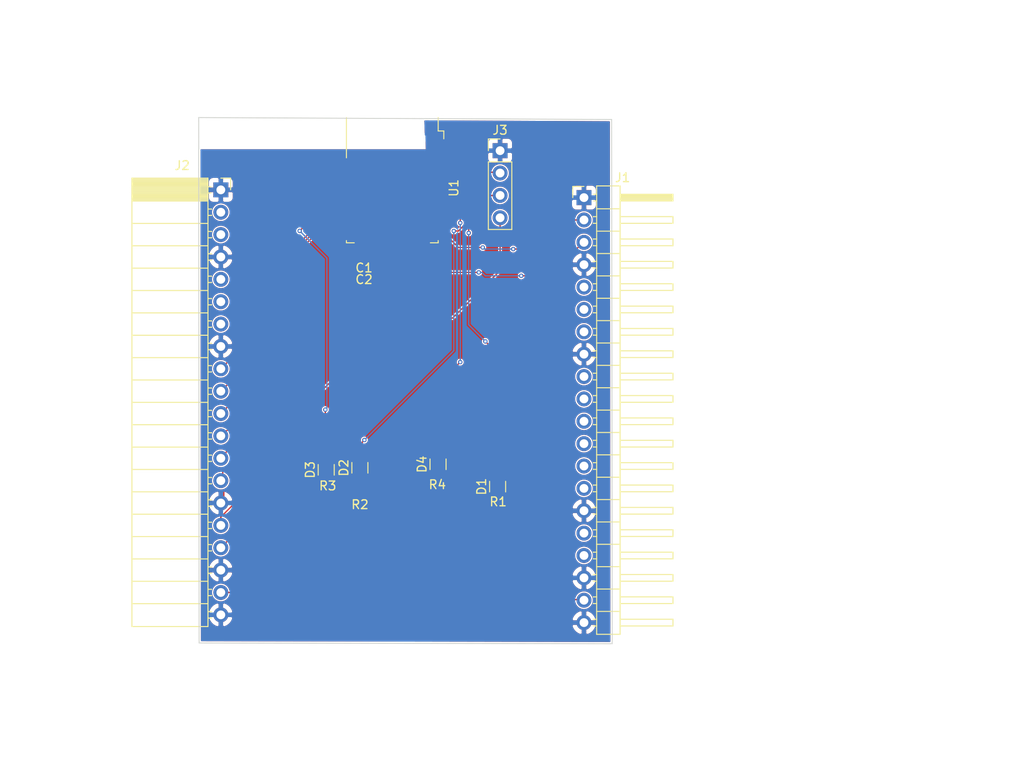
<source format=kicad_pcb>
(kicad_pcb (version 20171130) (host pcbnew 5.1.5+dfsg1-2+b1)
  (layers (0 F.Cu signal) (31 B.Cu signal) (34 B.Paste user) (35 F.Paste user) (36 B.SilkS user) (37 F.SilkS user) (38 B.Mask user) (39 F.Mask user) (44 Edge.Cuts user))
  (net 0 "")
  (net 1 GND)
  (net 2 +3V3)
  (net 3 "Net-(D1-Pad2)")
  (net 4 "Net-(D1-Pad1)")
  (net 5 "Net-(D2-Pad2)")
  (net 6 "Net-(D2-Pad1)")
  (net 7 "Net-(D3-Pad2)")
  (net 8 "Net-(D3-Pad1)")
  (net 9 "Net-(D4-Pad2)")
  (net 10 "Net-(D4-Pad1)")
  (net 11 "Net-(J1-Pad17)")
  (net 12 "Net-(J1-Pad16)")
  (net 13 "Net-(J1-Pad14)")
  (net 14 "Net-(J1-Pad13)")
  (net 15 "Net-(J1-Pad12)")
  (net 16 "Net-(J1-Pad11)")
  (net 17 "Net-(J1-Pad10)")
  (net 18 "Net-(J1-Pad9)")
  (net 19 "Net-(J1-Pad7)")
  (net 20 "Net-(J1-Pad6)")
  (net 21 "Net-(J1-Pad5)")
  (net 22 "Net-(J1-Pad3)")
  (net 23 "Net-(J1-Pad2)")
  (net 24 "Net-(J2-Pad17)")
  (net 25 "Net-(J2-Pad16)")
  (net 26 "Net-(J2-Pad14)")
  (net 27 "Net-(J2-Pad13)")
  (net 28 "Net-(J2-Pad12)")
  (net 29 "Net-(J2-Pad11)")
  (net 30 "Net-(J2-Pad10)")
  (net 31 "Net-(J2-Pad9)")
  (net 32 "Net-(J2-Pad7)")
  (net 33 "Net-(J2-Pad6)")
  (net 34 "Net-(J2-Pad5)")
  (net 35 "Net-(J2-Pad3)")
  (net 36 "Net-(J2-Pad2)")
  (net 37 "Net-(J3-Pad3)")
  (net 38 "Net-(J3-Pad2)")
  (net 39 "Net-(U1-Pad38)")
  (net 40 "Net-(U1-Pad37)")
  (net 41 "Net-(U1-Pad25)")
  (net 42 "Net-(U1-Pad24)")
  (net 43 "Net-(U1-Pad23)")
  (net 44 "Net-(U1-Pad22)")
  (net 45 "Net-(U1-Pad21)")
  (net 46 "Net-(U1-Pad20)")
  (net 47 "Net-(U1-Pad19)")
  (net 48 "Net-(U1-Pad18)")
  (net 49 "Net-(U1-Pad4)")
  (net 50 "Net-(U1-Pad3)")
  (net 51 "Net-(U1-Pad2)")
  (net 52 "Net-(U1-Pad14)")
  (net 53 "Net-(U1-Pad13)")
  (net 54 "Net-(U1-Pad12)")
  (net 55 "Net-(U1-Pad11)")
  (net 56 "Net-(U1-Pad10)")
  (module RF_Module:Laird_BL652 (layer F.Cu) (at 141.05 43.79 270)
    (fp_text reference U1 (at 0 -6.985 90) (layer F.SilkS))
    (fp_text value BL652)
    (fp_line (start 6.223 5.207) (end 6.223 4.318) (layer F.SilkS) (width 0.12))
    (fp_line (start 5.969 -5.207) (end 6.223 -5.207) (layer F.SilkS) (width 0.12))
    (fp_line (start 6.223 -5.207) (end 6.223 -4.318) (layer F.SilkS) (width 0.12))
    (fp_line (start 6.223 5.207) (end 5.969 5.207) (layer F.SilkS) (width 0.12))
    (fp_line (start -8.001 -5.207) (end -6.477 -5.207) (layer F.SilkS) (width 0.12))
    (fp_line (start -6.477 -5.207) (end -6.477 -5.842) (layer F.SilkS) (width 0.12))
    (fp_line (start -6.477 -5.842) (end -5.588 -5.842) (layer F.SilkS) (width 0.12))
    (fp_line (start -3.429 5.207) (end -8.001 5.207) (layer F.SilkS) (width 0.12))
    (pad 39 smd rect (at -2.85 4.9) (size 1.2 0.5) (layers F.Cu F.Paste F.Mask) (net 1 GND))
    (pad 38 smd rect (at -2.1 4.9) (size 1.2 0.5) (layers F.Cu F.Paste F.Mask) (net 39 "Net-(U1-Pad38)"))
    (pad 37 smd rect (at -1.35 4.9) (size 1.2 0.5) (layers F.Cu F.Paste F.Mask) (net 40 "Net-(U1-Pad37)"))
    (pad 36 smd rect (at -0.6 4.9) (size 1.2 0.5) (layers F.Cu F.Paste F.Mask) (net 31 "Net-(J2-Pad9)"))
    (pad 35 smd rect (at 0.15 4.9) (size 1.2 0.5) (layers F.Cu F.Paste F.Mask) (net 30 "Net-(J2-Pad10)"))
    (pad 34 smd rect (at 0.9 4.9) (size 1.2 0.5) (layers F.Cu F.Paste F.Mask) (net 29 "Net-(J2-Pad11)"))
    (pad 33 smd rect (at 1.65 4.9) (size 1.2 0.5) (layers F.Cu F.Paste F.Mask) (net 28 "Net-(J2-Pad12)"))
    (pad 32 smd rect (at 2.4 4.9) (size 1.2 0.5) (layers F.Cu F.Paste F.Mask) (net 27 "Net-(J2-Pad13)"))
    (pad 31 smd rect (at 3.15 4.9) (size 1.2 0.5) (layers F.Cu F.Paste F.Mask) (net 7 "Net-(D3-Pad2)"))
    (pad 30 smd rect (at 3.9 4.9) (size 1.2 0.5) (layers F.Cu F.Paste F.Mask) (net 26 "Net-(J2-Pad14)"))
    (pad 29 smd rect (at 4.65 4.9) (size 1.2 0.5) (layers F.Cu F.Paste F.Mask) (net 25 "Net-(J2-Pad16)"))
    (pad 28 smd rect (at 5.4 4.9) (size 1.2 0.5) (layers F.Cu F.Paste F.Mask) (net 24 "Net-(J2-Pad17)"))
    (pad 27 smd rect (at 5.85 3.75 270) (size 1.2 0.5) (layers F.Cu F.Paste F.Mask) (net 1 GND))
    (pad 26 smd rect (at 5.85 3 270) (size 1.2 0.5) (layers F.Cu F.Paste F.Mask) (net 2 +3V3))
    (pad 25 smd rect (at 5.85 2.25 270) (size 1.2 0.5) (layers F.Cu F.Paste F.Mask) (net 41 "Net-(U1-Pad25)"))
    (pad 24 smd rect (at 5.85 1.5 270) (size 1.2 0.5) (layers F.Cu F.Paste F.Mask) (net 42 "Net-(U1-Pad24)"))
    (pad 23 smd rect (at 5.85 0.75 270) (size 1.2 0.5) (layers F.Cu F.Paste F.Mask) (net 43 "Net-(U1-Pad23)"))
    (pad 22 smd rect (at 5.85 0 270) (size 1.2 0.5) (layers F.Cu F.Paste F.Mask) (net 44 "Net-(U1-Pad22)"))
    (pad 21 smd rect (at 5.85 -0.75 270) (size 1.2 0.5) (layers F.Cu F.Paste F.Mask) (net 45 "Net-(U1-Pad21)"))
    (pad 20 smd rect (at 5.85 -1.5 270) (size 1.2 0.5) (layers F.Cu F.Paste F.Mask) (net 46 "Net-(U1-Pad20)"))
    (pad 19 smd rect (at 5.85 -2.25 270) (size 1.2 0.5) (layers F.Cu F.Paste F.Mask) (net 47 "Net-(U1-Pad19)"))
    (pad 18 smd rect (at 5.85 -3 270) (size 1.2 0.5) (layers F.Cu F.Paste F.Mask) (net 48 "Net-(U1-Pad18)"))
    (pad 17 smd rect (at 5.85 -3.75 270) (size 1.2 0.5) (layers F.Cu F.Paste F.Mask) (net 22 "Net-(J1-Pad3)"))
    (pad 16 smd rect (at 5.4 -4.9) (size 1.2 0.5) (layers F.Cu F.Paste F.Mask) (net 1 GND))
    (pad 15 smd rect (at 4.65 -4.9) (size 1.2 0.5) (layers F.Cu F.Paste F.Mask) (net 23 "Net-(J1-Pad2)"))
    (pad 14 smd rect (at 3.9 -4.9) (size 1.2 0.5) (layers F.Cu F.Paste F.Mask) (net 52 "Net-(U1-Pad14)"))
    (pad 13 smd rect (at 3.15 -4.9) (size 1.2 0.5) (layers F.Cu F.Paste F.Mask) (net 53 "Net-(U1-Pad13)"))
    (pad 12 smd rect (at 2.4 -4.9) (size 1.2 0.5) (layers F.Cu F.Paste F.Mask) (net 54 "Net-(U1-Pad12)"))
    (pad 11 smd rect (at 1.65 -4.9) (size 1.2 0.5) (layers F.Cu F.Paste F.Mask) (net 55 "Net-(U1-Pad11)"))
    (pad 10 smd rect (at 0.9 -4.9) (size 1.2 0.5) (layers F.Cu F.Paste F.Mask) (net 56 "Net-(U1-Pad10)"))
    (pad 9 smd rect (at 0.15 -4.9) (size 1.2 0.5) (layers F.Cu F.Paste F.Mask) (net 9 "Net-(D4-Pad2)"))
    (pad 8 smd rect (at -0.6 -4.9) (size 1.2 0.5) (layers F.Cu F.Paste F.Mask) (net 5 "Net-(D2-Pad2)"))
    (pad 7 smd rect (at -1.35 -4.9) (size 1.2 0.5) (layers F.Cu F.Paste F.Mask) (net 3 "Net-(D1-Pad2)"))
    (pad 6 smd rect (at -2.1 -4.9) (size 1.2 0.5) (layers F.Cu F.Paste F.Mask) (net 37 "Net-(J3-Pad3)"))
    (pad 5 smd rect (at -2.85 -4.9) (size 1.2 0.5) (layers F.Cu F.Paste F.Mask) (net 38 "Net-(J3-Pad2)"))
    (pad 4 smd rect (at -3.6 -4.9) (size 1.2 0.5) (layers F.Cu F.Paste F.Mask) (net 49 "Net-(U1-Pad4)"))
    (pad 3 smd rect (at -4.35 -4.9) (size 1.2 0.5) (layers F.Cu F.Paste F.Mask) (net 50 "Net-(U1-Pad3)"))
    (pad 2 smd rect (at -5.1 -4.9) (size 1.2 0.5) (layers F.Cu F.Paste F.Mask) (net 51 "Net-(U1-Pad2)"))
    (pad 1 smd rect (at -5.85 -4.9) (size 1.2 0.5) (layers F.Cu F.Paste F.Mask) (net 1 GND))
  )
  (module Resistor_SMD:R_0402_1005Metric (layer F.Cu) (at 146.16 78.64)
    (fp_text reference R4 (at 0 -1.17) (layer F.SilkS))
    (fp_text value 10kOhm)
    (pad 2 smd roundrect (at 0.485 0) (size 0.59 0.64) (layers F.Cu F.Paste F.Mask) (net 10 "Net-(D4-Pad1)"))
    (pad 1 smd roundrect (at -0.485 0) (size 0.59 0.64) (layers F.Cu F.Paste F.Mask) (net 1 GND))
  )
  (module Resistor_SMD:R_0402_1005Metric (layer F.Cu) (at 133.72 78.78)
    (fp_text reference R3 (at 0 -1.17) (layer F.SilkS))
    (fp_text value 10kOhm)
    (pad 2 smd roundrect (at 0.485 0) (size 0.59 0.64) (layers F.Cu F.Paste F.Mask) (net 8 "Net-(D3-Pad1)"))
    (pad 1 smd roundrect (at -0.485 0) (size 0.59 0.64) (layers F.Cu F.Paste F.Mask) (net 1 GND))
  )
  (module Resistor_SMD:R_0402_1005Metric (layer F.Cu) (at 137.38 78.57 180)
    (fp_text reference R2 (at 0 -1.17) (layer F.SilkS))
    (fp_text value 10kOhm)
    (pad 2 smd roundrect (at 0.485 0 180) (size 0.59 0.64) (layers F.Cu F.Paste F.Mask) (net 6 "Net-(D2-Pad1)"))
    (pad 1 smd roundrect (at -0.485 0 180) (size 0.59 0.64) (layers F.Cu F.Paste F.Mask) (net 1 GND))
  )
  (module Resistor_SMD:R_0402_1005Metric (layer F.Cu) (at 153.06 80.59)
    (fp_text reference R1 (at 0 -1.17) (layer F.SilkS))
    (fp_text value 10kOhm)
    (pad 2 smd roundrect (at 0.485 0) (size 0.59 0.64) (layers F.Cu F.Paste F.Mask) (net 4 "Net-(D1-Pad1)"))
    (pad 1 smd roundrect (at -0.485 0) (size 0.59 0.64) (layers F.Cu F.Paste F.Mask) (net 1 GND))
  )
  (module Connector_PinHeader_2.54mm:PinHeader_1x04_P2.54mm_Vertical (layer F.Cu) (at 153.28 39.55)
    (fp_text reference J3 (at 0 -2.33) (layer F.SilkS))
    (fp_text value Conn_01x04_Male)
    (fp_line (start -1.33 -1.33) (end 0 -1.33) (layer F.SilkS) (width 0.12))
    (fp_line (start -1.33 0) (end -1.33 -1.33) (layer F.SilkS) (width 0.12))
    (fp_line (start -1.33 1.27) (end 1.33 1.27) (layer F.SilkS) (width 0.12))
    (fp_line (start 1.33 1.27) (end 1.33 8.95) (layer F.SilkS) (width 0.12))
    (fp_line (start -1.33 1.27) (end -1.33 8.95) (layer F.SilkS) (width 0.12))
    (fp_line (start -1.33 8.95) (end 1.33 8.95) (layer F.SilkS) (width 0.12))
    (pad 4 thru_hole oval (at 0 7.62) (size 1.7 1.7) (drill 1) (layers *.Cu *.Mask) (net 2 +3V3))
    (pad 3 thru_hole oval (at 0 5.08) (size 1.7 1.7) (drill 1) (layers *.Cu *.Mask) (net 37 "Net-(J3-Pad3)"))
    (pad 2 thru_hole oval (at 0 2.54) (size 1.7 1.7) (drill 1) (layers *.Cu *.Mask) (net 38 "Net-(J3-Pad2)"))
    (pad 1 thru_hole rect (at 0 0) (size 1.7 1.7) (drill 1) (layers *.Cu *.Mask) (net 1 GND))
  )
  (module Connector_PinSocket_2.54mm:PinSocket_1x20_P2.54mm_Horizontal (layer F.Cu) (at 121.59 44)
    (fp_text reference J2 (at -4.38 -2.77) (layer F.SilkS))
    (fp_text value Conn_01x20_Male)
    (fp_line (start 0 -1.33) (end 1.11 -1.33) (layer F.SilkS) (width 0.12))
    (fp_line (start 1.11 -1.33) (end 1.11 0) (layer F.SilkS) (width 0.12))
    (fp_line (start -10.09 -1.33) (end -10.09 49.59) (layer F.SilkS) (width 0.12))
    (fp_line (start -10.09 49.59) (end -1.46 49.59) (layer F.SilkS) (width 0.12))
    (fp_line (start -1.46 -1.33) (end -1.46 49.59) (layer F.SilkS) (width 0.12))
    (fp_line (start -10.09 -1.33) (end -1.46 -1.33) (layer F.SilkS) (width 0.12))
    (fp_line (start -10.09 46.99) (end -1.46 46.99) (layer F.SilkS) (width 0.12))
    (fp_line (start -10.09 44.45) (end -1.46 44.45) (layer F.SilkS) (width 0.12))
    (fp_line (start -10.09 41.91) (end -1.46 41.91) (layer F.SilkS) (width 0.12))
    (fp_line (start -10.09 39.37) (end -1.46 39.37) (layer F.SilkS) (width 0.12))
    (fp_line (start -10.09 36.83) (end -1.46 36.83) (layer F.SilkS) (width 0.12))
    (fp_line (start -10.09 34.29) (end -1.46 34.29) (layer F.SilkS) (width 0.12))
    (fp_line (start -10.09 31.75) (end -1.46 31.75) (layer F.SilkS) (width 0.12))
    (fp_line (start -10.09 29.21) (end -1.46 29.21) (layer F.SilkS) (width 0.12))
    (fp_line (start -10.09 26.67) (end -1.46 26.67) (layer F.SilkS) (width 0.12))
    (fp_line (start -10.09 24.13) (end -1.46 24.13) (layer F.SilkS) (width 0.12))
    (fp_line (start -10.09 21.59) (end -1.46 21.59) (layer F.SilkS) (width 0.12))
    (fp_line (start -10.09 19.05) (end -1.46 19.05) (layer F.SilkS) (width 0.12))
    (fp_line (start -10.09 16.51) (end -1.46 16.51) (layer F.SilkS) (width 0.12))
    (fp_line (start -10.09 13.97) (end -1.46 13.97) (layer F.SilkS) (width 0.12))
    (fp_line (start -10.09 11.43) (end -1.46 11.43) (layer F.SilkS) (width 0.12))
    (fp_line (start -10.09 8.89) (end -1.46 8.89) (layer F.SilkS) (width 0.12))
    (fp_line (start -10.09 6.35) (end -1.46 6.35) (layer F.SilkS) (width 0.12))
    (fp_line (start -10.09 3.81) (end -1.46 3.81) (layer F.SilkS) (width 0.12))
    (fp_line (start -10.09 1.27) (end -1.46 1.27) (layer F.SilkS) (width 0.12))
    (fp_line (start -1.46 48.62) (end -1.05 48.62) (layer F.SilkS) (width 0.12))
    (fp_line (start -1.46 47.9) (end -1.05 47.9) (layer F.SilkS) (width 0.12))
    (fp_line (start -1.46 46.08) (end -1.05 46.08) (layer F.SilkS) (width 0.12))
    (fp_line (start -1.46 45.36) (end -1.05 45.36) (layer F.SilkS) (width 0.12))
    (fp_line (start -1.46 43.54) (end -1.05 43.54) (layer F.SilkS) (width 0.12))
    (fp_line (start -1.46 42.82) (end -1.05 42.82) (layer F.SilkS) (width 0.12))
    (fp_line (start -1.46 41) (end -1.05 41) (layer F.SilkS) (width 0.12))
    (fp_line (start -1.46 40.28) (end -1.05 40.28) (layer F.SilkS) (width 0.12))
    (fp_line (start -1.46 38.46) (end -1.05 38.46) (layer F.SilkS) (width 0.12))
    (fp_line (start -1.46 37.74) (end -1.05 37.74) (layer F.SilkS) (width 0.12))
    (fp_line (start -1.46 35.92) (end -1.05 35.92) (layer F.SilkS) (width 0.12))
    (fp_line (start -1.46 35.2) (end -1.05 35.2) (layer F.SilkS) (width 0.12))
    (fp_line (start -1.46 33.38) (end -1.05 33.38) (layer F.SilkS) (width 0.12))
    (fp_line (start -1.46 32.66) (end -1.05 32.66) (layer F.SilkS) (width 0.12))
    (fp_line (start -1.46 30.84) (end -1.05 30.84) (layer F.SilkS) (width 0.12))
    (fp_line (start -1.46 30.12) (end -1.05 30.12) (layer F.SilkS) (width 0.12))
    (fp_line (start -1.46 28.3) (end -1.05 28.3) (layer F.SilkS) (width 0.12))
    (fp_line (start -1.46 27.58) (end -1.05 27.58) (layer F.SilkS) (width 0.12))
    (fp_line (start -1.46 25.76) (end -1.05 25.76) (layer F.SilkS) (width 0.12))
    (fp_line (start -1.46 25.04) (end -1.05 25.04) (layer F.SilkS) (width 0.12))
    (fp_line (start -1.46 23.22) (end -1.05 23.22) (layer F.SilkS) (width 0.12))
    (fp_line (start -1.46 22.5) (end -1.05 22.5) (layer F.SilkS) (width 0.12))
    (fp_line (start -1.46 20.68) (end -1.05 20.68) (layer F.SilkS) (width 0.12))
    (fp_line (start -1.46 19.96) (end -1.05 19.96) (layer F.SilkS) (width 0.12))
    (fp_line (start -1.46 18.14) (end -1.05 18.14) (layer F.SilkS) (width 0.12))
    (fp_line (start -1.46 17.42) (end -1.05 17.42) (layer F.SilkS) (width 0.12))
    (fp_line (start -1.46 15.6) (end -1.05 15.6) (layer F.SilkS) (width 0.12))
    (fp_line (start -1.46 14.88) (end -1.05 14.88) (layer F.SilkS) (width 0.12))
    (fp_line (start -1.46 13.06) (end -1.05 13.06) (layer F.SilkS) (width 0.12))
    (fp_line (start -1.46 12.34) (end -1.05 12.34) (layer F.SilkS) (width 0.12))
    (fp_line (start -1.46 10.52) (end -1.05 10.52) (layer F.SilkS) (width 0.12))
    (fp_line (start -1.46 9.8) (end -1.05 9.8) (layer F.SilkS) (width 0.12))
    (fp_line (start -1.46 7.98) (end -1.05 7.98) (layer F.SilkS) (width 0.12))
    (fp_line (start -1.46 7.26) (end -1.05 7.26) (layer F.SilkS) (width 0.12))
    (fp_line (start -1.46 5.44) (end -1.05 5.44) (layer F.SilkS) (width 0.12))
    (fp_line (start -1.46 4.72) (end -1.05 4.72) (layer F.SilkS) (width 0.12))
    (fp_line (start -1.46 2.9) (end -1.05 2.9) (layer F.SilkS) (width 0.12))
    (fp_line (start -1.46 2.18) (end -1.05 2.18) (layer F.SilkS) (width 0.12))
    (fp_line (start -1.46 0.36) (end -1.11 0.36) (layer F.SilkS) (width 0.12))
    (fp_line (start -1.46 -0.36) (end -1.11 -0.36) (layer F.SilkS) (width 0.12))
    (fp_line (start -10.09 1.1519) (end -1.46 1.1519) (layer F.SilkS) (width 0.12))
    (fp_line (start -10.09 1.033805) (end -1.46 1.033805) (layer F.SilkS) (width 0.12))
    (fp_line (start -10.09 0.91571) (end -1.46 0.91571) (layer F.SilkS) (width 0.12))
    (fp_line (start -10.09 0.797615) (end -1.46 0.797615) (layer F.SilkS) (width 0.12))
    (fp_line (start -10.09 0.67952) (end -1.46 0.67952) (layer F.SilkS) (width 0.12))
    (fp_line (start -10.09 0.561425) (end -1.46 0.561425) (layer F.SilkS) (width 0.12))
    (fp_line (start -10.09 0.44333) (end -1.46 0.44333) (layer F.SilkS) (width 0.12))
    (fp_line (start -10.09 0.325235) (end -1.46 0.325235) (layer F.SilkS) (width 0.12))
    (fp_line (start -10.09 0.20714) (end -1.46 0.20714) (layer F.SilkS) (width 0.12))
    (fp_line (start -10.09 0.089045) (end -1.46 0.089045) (layer F.SilkS) (width 0.12))
    (fp_line (start -10.09 -0.02905) (end -1.46 -0.02905) (layer F.SilkS) (width 0.12))
    (fp_line (start -10.09 -0.147145) (end -1.46 -0.147145) (layer F.SilkS) (width 0.12))
    (fp_line (start -10.09 -0.26524) (end -1.46 -0.26524) (layer F.SilkS) (width 0.12))
    (fp_line (start -10.09 -0.383335) (end -1.46 -0.383335) (layer F.SilkS) (width 0.12))
    (fp_line (start -10.09 -0.50143) (end -1.46 -0.50143) (layer F.SilkS) (width 0.12))
    (fp_line (start -10.09 -0.619525) (end -1.46 -0.619525) (layer F.SilkS) (width 0.12))
    (fp_line (start -10.09 -0.73762) (end -1.46 -0.73762) (layer F.SilkS) (width 0.12))
    (fp_line (start -10.09 -0.855715) (end -1.46 -0.855715) (layer F.SilkS) (width 0.12))
    (fp_line (start -10.09 -0.97381) (end -1.46 -0.97381) (layer F.SilkS) (width 0.12))
    (fp_line (start -10.09 -1.091905) (end -1.46 -1.091905) (layer F.SilkS) (width 0.12))
    (fp_line (start -10.09 -1.21) (end -1.46 -1.21) (layer F.SilkS) (width 0.12))
    (pad 20 thru_hole oval (at 0 48.26) (size 1.7 1.7) (drill 1) (layers *.Cu *.Mask) (net 1 GND))
    (pad 19 thru_hole oval (at 0 45.72) (size 1.7 1.7) (drill 1) (layers *.Cu *.Mask) (net 2 +3V3))
    (pad 18 thru_hole oval (at 0 43.18) (size 1.7 1.7) (drill 1) (layers *.Cu *.Mask) (net 1 GND))
    (pad 17 thru_hole oval (at 0 40.64) (size 1.7 1.7) (drill 1) (layers *.Cu *.Mask) (net 24 "Net-(J2-Pad17)"))
    (pad 16 thru_hole oval (at 0 38.1) (size 1.7 1.7) (drill 1) (layers *.Cu *.Mask) (net 25 "Net-(J2-Pad16)"))
    (pad 15 thru_hole oval (at 0 35.56) (size 1.7 1.7) (drill 1) (layers *.Cu *.Mask) (net 1 GND))
    (pad 14 thru_hole oval (at 0 33.02) (size 1.7 1.7) (drill 1) (layers *.Cu *.Mask) (net 26 "Net-(J2-Pad14)"))
    (pad 13 thru_hole oval (at 0 30.48) (size 1.7 1.7) (drill 1) (layers *.Cu *.Mask) (net 27 "Net-(J2-Pad13)"))
    (pad 12 thru_hole oval (at 0 27.94) (size 1.7 1.7) (drill 1) (layers *.Cu *.Mask) (net 28 "Net-(J2-Pad12)"))
    (pad 11 thru_hole oval (at 0 25.4) (size 1.7 1.7) (drill 1) (layers *.Cu *.Mask) (net 29 "Net-(J2-Pad11)"))
    (pad 10 thru_hole oval (at 0 22.86) (size 1.7 1.7) (drill 1) (layers *.Cu *.Mask) (net 30 "Net-(J2-Pad10)"))
    (pad 9 thru_hole oval (at 0 20.32) (size 1.7 1.7) (drill 1) (layers *.Cu *.Mask) (net 31 "Net-(J2-Pad9)"))
    (pad 8 thru_hole oval (at 0 17.78) (size 1.7 1.7) (drill 1) (layers *.Cu *.Mask) (net 1 GND))
    (pad 7 thru_hole oval (at 0 15.24) (size 1.7 1.7) (drill 1) (layers *.Cu *.Mask) (net 32 "Net-(J2-Pad7)"))
    (pad 6 thru_hole oval (at 0 12.7) (size 1.7 1.7) (drill 1) (layers *.Cu *.Mask) (net 33 "Net-(J2-Pad6)"))
    (pad 5 thru_hole oval (at 0 10.16) (size 1.7 1.7) (drill 1) (layers *.Cu *.Mask) (net 34 "Net-(J2-Pad5)"))
    (pad 4 thru_hole oval (at 0 7.62) (size 1.7 1.7) (drill 1) (layers *.Cu *.Mask) (net 1 GND))
    (pad 3 thru_hole oval (at 0 5.08) (size 1.7 1.7) (drill 1) (layers *.Cu *.Mask) (net 35 "Net-(J2-Pad3)"))
    (pad 2 thru_hole oval (at 0 2.54) (size 1.7 1.7) (drill 1) (layers *.Cu *.Mask) (net 36 "Net-(J2-Pad2)"))
    (pad 1 thru_hole rect (at 0 0) (size 1.7 1.7) (drill 1) (layers *.Cu *.Mask) (net 1 GND))
  )
  (module Connector_PinHeader_2.54mm:PinHeader_1x20_P2.54mm_Horizontal (layer F.Cu) (at 162.8 44.88)
    (fp_text reference J1 (at 4.385 -2.27) (layer F.SilkS))
    (fp_text value Conn_01x20_Female)
    (fp_line (start -1.27 -1.27) (end 0 -1.27) (layer F.SilkS) (width 0.12))
    (fp_line (start -1.27 0) (end -1.27 -1.27) (layer F.SilkS) (width 0.12))
    (fp_line (start 1.042929 48.64) (end 1.44 48.64) (layer F.SilkS) (width 0.12))
    (fp_line (start 1.042929 47.88) (end 1.44 47.88) (layer F.SilkS) (width 0.12))
    (fp_line (start 10.1 48.64) (end 4.1 48.64) (layer F.SilkS) (width 0.12))
    (fp_line (start 10.1 47.88) (end 10.1 48.64) (layer F.SilkS) (width 0.12))
    (fp_line (start 4.1 47.88) (end 10.1 47.88) (layer F.SilkS) (width 0.12))
    (fp_line (start 1.44 46.99) (end 4.1 46.99) (layer F.SilkS) (width 0.12))
    (fp_line (start 1.042929 46.1) (end 1.44 46.1) (layer F.SilkS) (width 0.12))
    (fp_line (start 1.042929 45.34) (end 1.44 45.34) (layer F.SilkS) (width 0.12))
    (fp_line (start 10.1 46.1) (end 4.1 46.1) (layer F.SilkS) (width 0.12))
    (fp_line (start 10.1 45.34) (end 10.1 46.1) (layer F.SilkS) (width 0.12))
    (fp_line (start 4.1 45.34) (end 10.1 45.34) (layer F.SilkS) (width 0.12))
    (fp_line (start 1.44 44.45) (end 4.1 44.45) (layer F.SilkS) (width 0.12))
    (fp_line (start 1.042929 43.56) (end 1.44 43.56) (layer F.SilkS) (width 0.12))
    (fp_line (start 1.042929 42.8) (end 1.44 42.8) (layer F.SilkS) (width 0.12))
    (fp_line (start 10.1 43.56) (end 4.1 43.56) (layer F.SilkS) (width 0.12))
    (fp_line (start 10.1 42.8) (end 10.1 43.56) (layer F.SilkS) (width 0.12))
    (fp_line (start 4.1 42.8) (end 10.1 42.8) (layer F.SilkS) (width 0.12))
    (fp_line (start 1.44 41.91) (end 4.1 41.91) (layer F.SilkS) (width 0.12))
    (fp_line (start 1.042929 41.02) (end 1.44 41.02) (layer F.SilkS) (width 0.12))
    (fp_line (start 1.042929 40.26) (end 1.44 40.26) (layer F.SilkS) (width 0.12))
    (fp_line (start 10.1 41.02) (end 4.1 41.02) (layer F.SilkS) (width 0.12))
    (fp_line (start 10.1 40.26) (end 10.1 41.02) (layer F.SilkS) (width 0.12))
    (fp_line (start 4.1 40.26) (end 10.1 40.26) (layer F.SilkS) (width 0.12))
    (fp_line (start 1.44 39.37) (end 4.1 39.37) (layer F.SilkS) (width 0.12))
    (fp_line (start 1.042929 38.48) (end 1.44 38.48) (layer F.SilkS) (width 0.12))
    (fp_line (start 1.042929 37.72) (end 1.44 37.72) (layer F.SilkS) (width 0.12))
    (fp_line (start 10.1 38.48) (end 4.1 38.48) (layer F.SilkS) (width 0.12))
    (fp_line (start 10.1 37.72) (end 10.1 38.48) (layer F.SilkS) (width 0.12))
    (fp_line (start 4.1 37.72) (end 10.1 37.72) (layer F.SilkS) (width 0.12))
    (fp_line (start 1.44 36.83) (end 4.1 36.83) (layer F.SilkS) (width 0.12))
    (fp_line (start 1.042929 35.94) (end 1.44 35.94) (layer F.SilkS) (width 0.12))
    (fp_line (start 1.042929 35.18) (end 1.44 35.18) (layer F.SilkS) (width 0.12))
    (fp_line (start 10.1 35.94) (end 4.1 35.94) (layer F.SilkS) (width 0.12))
    (fp_line (start 10.1 35.18) (end 10.1 35.94) (layer F.SilkS) (width 0.12))
    (fp_line (start 4.1 35.18) (end 10.1 35.18) (layer F.SilkS) (width 0.12))
    (fp_line (start 1.44 34.29) (end 4.1 34.29) (layer F.SilkS) (width 0.12))
    (fp_line (start 1.042929 33.4) (end 1.44 33.4) (layer F.SilkS) (width 0.12))
    (fp_line (start 1.042929 32.64) (end 1.44 32.64) (layer F.SilkS) (width 0.12))
    (fp_line (start 10.1 33.4) (end 4.1 33.4) (layer F.SilkS) (width 0.12))
    (fp_line (start 10.1 32.64) (end 10.1 33.4) (layer F.SilkS) (width 0.12))
    (fp_line (start 4.1 32.64) (end 10.1 32.64) (layer F.SilkS) (width 0.12))
    (fp_line (start 1.44 31.75) (end 4.1 31.75) (layer F.SilkS) (width 0.12))
    (fp_line (start 1.042929 30.86) (end 1.44 30.86) (layer F.SilkS) (width 0.12))
    (fp_line (start 1.042929 30.1) (end 1.44 30.1) (layer F.SilkS) (width 0.12))
    (fp_line (start 10.1 30.86) (end 4.1 30.86) (layer F.SilkS) (width 0.12))
    (fp_line (start 10.1 30.1) (end 10.1 30.86) (layer F.SilkS) (width 0.12))
    (fp_line (start 4.1 30.1) (end 10.1 30.1) (layer F.SilkS) (width 0.12))
    (fp_line (start 1.44 29.21) (end 4.1 29.21) (layer F.SilkS) (width 0.12))
    (fp_line (start 1.042929 28.32) (end 1.44 28.32) (layer F.SilkS) (width 0.12))
    (fp_line (start 1.042929 27.56) (end 1.44 27.56) (layer F.SilkS) (width 0.12))
    (fp_line (start 10.1 28.32) (end 4.1 28.32) (layer F.SilkS) (width 0.12))
    (fp_line (start 10.1 27.56) (end 10.1 28.32) (layer F.SilkS) (width 0.12))
    (fp_line (start 4.1 27.56) (end 10.1 27.56) (layer F.SilkS) (width 0.12))
    (fp_line (start 1.44 26.67) (end 4.1 26.67) (layer F.SilkS) (width 0.12))
    (fp_line (start 1.042929 25.78) (end 1.44 25.78) (layer F.SilkS) (width 0.12))
    (fp_line (start 1.042929 25.02) (end 1.44 25.02) (layer F.SilkS) (width 0.12))
    (fp_line (start 10.1 25.78) (end 4.1 25.78) (layer F.SilkS) (width 0.12))
    (fp_line (start 10.1 25.02) (end 10.1 25.78) (layer F.SilkS) (width 0.12))
    (fp_line (start 4.1 25.02) (end 10.1 25.02) (layer F.SilkS) (width 0.12))
    (fp_line (start 1.44 24.13) (end 4.1 24.13) (layer F.SilkS) (width 0.12))
    (fp_line (start 1.042929 23.24) (end 1.44 23.24) (layer F.SilkS) (width 0.12))
    (fp_line (start 1.042929 22.48) (end 1.44 22.48) (layer F.SilkS) (width 0.12))
    (fp_line (start 10.1 23.24) (end 4.1 23.24) (layer F.SilkS) (width 0.12))
    (fp_line (start 10.1 22.48) (end 10.1 23.24) (layer F.SilkS) (width 0.12))
    (fp_line (start 4.1 22.48) (end 10.1 22.48) (layer F.SilkS) (width 0.12))
    (fp_line (start 1.44 21.59) (end 4.1 21.59) (layer F.SilkS) (width 0.12))
    (fp_line (start 1.042929 20.7) (end 1.44 20.7) (layer F.SilkS) (width 0.12))
    (fp_line (start 1.042929 19.94) (end 1.44 19.94) (layer F.SilkS) (width 0.12))
    (fp_line (start 10.1 20.7) (end 4.1 20.7) (layer F.SilkS) (width 0.12))
    (fp_line (start 10.1 19.94) (end 10.1 20.7) (layer F.SilkS) (width 0.12))
    (fp_line (start 4.1 19.94) (end 10.1 19.94) (layer F.SilkS) (width 0.12))
    (fp_line (start 1.44 19.05) (end 4.1 19.05) (layer F.SilkS) (width 0.12))
    (fp_line (start 1.042929 18.16) (end 1.44 18.16) (layer F.SilkS) (width 0.12))
    (fp_line (start 1.042929 17.4) (end 1.44 17.4) (layer F.SilkS) (width 0.12))
    (fp_line (start 10.1 18.16) (end 4.1 18.16) (layer F.SilkS) (width 0.12))
    (fp_line (start 10.1 17.4) (end 10.1 18.16) (layer F.SilkS) (width 0.12))
    (fp_line (start 4.1 17.4) (end 10.1 17.4) (layer F.SilkS) (width 0.12))
    (fp_line (start 1.44 16.51) (end 4.1 16.51) (layer F.SilkS) (width 0.12))
    (fp_line (start 1.042929 15.62) (end 1.44 15.62) (layer F.SilkS) (width 0.12))
    (fp_line (start 1.042929 14.86) (end 1.44 14.86) (layer F.SilkS) (width 0.12))
    (fp_line (start 10.1 15.62) (end 4.1 15.62) (layer F.SilkS) (width 0.12))
    (fp_line (start 10.1 14.86) (end 10.1 15.62) (layer F.SilkS) (width 0.12))
    (fp_line (start 4.1 14.86) (end 10.1 14.86) (layer F.SilkS) (width 0.12))
    (fp_line (start 1.44 13.97) (end 4.1 13.97) (layer F.SilkS) (width 0.12))
    (fp_line (start 1.042929 13.08) (end 1.44 13.08) (layer F.SilkS) (width 0.12))
    (fp_line (start 1.042929 12.32) (end 1.44 12.32) (layer F.SilkS) (width 0.12))
    (fp_line (start 10.1 13.08) (end 4.1 13.08) (layer F.SilkS) (width 0.12))
    (fp_line (start 10.1 12.32) (end 10.1 13.08) (layer F.SilkS) (width 0.12))
    (fp_line (start 4.1 12.32) (end 10.1 12.32) (layer F.SilkS) (width 0.12))
    (fp_line (start 1.44 11.43) (end 4.1 11.43) (layer F.SilkS) (width 0.12))
    (fp_line (start 1.042929 10.54) (end 1.44 10.54) (layer F.SilkS) (width 0.12))
    (fp_line (start 1.042929 9.78) (end 1.44 9.78) (layer F.SilkS) (width 0.12))
    (fp_line (start 10.1 10.54) (end 4.1 10.54) (layer F.SilkS) (width 0.12))
    (fp_line (start 10.1 9.78) (end 10.1 10.54) (layer F.SilkS) (width 0.12))
    (fp_line (start 4.1 9.78) (end 10.1 9.78) (layer F.SilkS) (width 0.12))
    (fp_line (start 1.44 8.89) (end 4.1 8.89) (layer F.SilkS) (width 0.12))
    (fp_line (start 1.042929 8) (end 1.44 8) (layer F.SilkS) (width 0.12))
    (fp_line (start 1.042929 7.24) (end 1.44 7.24) (layer F.SilkS) (width 0.12))
    (fp_line (start 10.1 8) (end 4.1 8) (layer F.SilkS) (width 0.12))
    (fp_line (start 10.1 7.24) (end 10.1 8) (layer F.SilkS) (width 0.12))
    (fp_line (start 4.1 7.24) (end 10.1 7.24) (layer F.SilkS) (width 0.12))
    (fp_line (start 1.44 6.35) (end 4.1 6.35) (layer F.SilkS) (width 0.12))
    (fp_line (start 1.042929 5.46) (end 1.44 5.46) (layer F.SilkS) (width 0.12))
    (fp_line (start 1.042929 4.7) (end 1.44 4.7) (layer F.SilkS) (width 0.12))
    (fp_line (start 10.1 5.46) (end 4.1 5.46) (layer F.SilkS) (width 0.12))
    (fp_line (start 10.1 4.7) (end 10.1 5.46) (layer F.SilkS) (width 0.12))
    (fp_line (start 4.1 4.7) (end 10.1 4.7) (layer F.SilkS) (width 0.12))
    (fp_line (start 1.44 3.81) (end 4.1 3.81) (layer F.SilkS) (width 0.12))
    (fp_line (start 1.042929 2.92) (end 1.44 2.92) (layer F.SilkS) (width 0.12))
    (fp_line (start 1.042929 2.16) (end 1.44 2.16) (layer F.SilkS) (width 0.12))
    (fp_line (start 10.1 2.92) (end 4.1 2.92) (layer F.SilkS) (width 0.12))
    (fp_line (start 10.1 2.16) (end 10.1 2.92) (layer F.SilkS) (width 0.12))
    (fp_line (start 4.1 2.16) (end 10.1 2.16) (layer F.SilkS) (width 0.12))
    (fp_line (start 1.44 1.27) (end 4.1 1.27) (layer F.SilkS) (width 0.12))
    (fp_line (start 1.11 0.38) (end 1.44 0.38) (layer F.SilkS) (width 0.12))
    (fp_line (start 1.11 -0.38) (end 1.44 -0.38) (layer F.SilkS) (width 0.12))
    (fp_line (start 4.1 0.28) (end 10.1 0.28) (layer F.SilkS) (width 0.12))
    (fp_line (start 4.1 0.16) (end 10.1 0.16) (layer F.SilkS) (width 0.12))
    (fp_line (start 4.1 0.04) (end 10.1 0.04) (layer F.SilkS) (width 0.12))
    (fp_line (start 4.1 -0.08) (end 10.1 -0.08) (layer F.SilkS) (width 0.12))
    (fp_line (start 4.1 -0.2) (end 10.1 -0.2) (layer F.SilkS) (width 0.12))
    (fp_line (start 4.1 -0.32) (end 10.1 -0.32) (layer F.SilkS) (width 0.12))
    (fp_line (start 10.1 0.38) (end 4.1 0.38) (layer F.SilkS) (width 0.12))
    (fp_line (start 10.1 -0.38) (end 10.1 0.38) (layer F.SilkS) (width 0.12))
    (fp_line (start 4.1 -0.38) (end 10.1 -0.38) (layer F.SilkS) (width 0.12))
    (fp_line (start 4.1 -1.33) (end 1.44 -1.33) (layer F.SilkS) (width 0.12))
    (fp_line (start 4.1 49.59) (end 4.1 -1.33) (layer F.SilkS) (width 0.12))
    (fp_line (start 1.44 49.59) (end 4.1 49.59) (layer F.SilkS) (width 0.12))
    (fp_line (start 1.44 -1.33) (end 1.44 49.59) (layer F.SilkS) (width 0.12))
    (pad 20 thru_hole oval (at 0 48.26) (size 1.7 1.7) (drill 1) (layers *.Cu *.Mask) (net 1 GND))
    (pad 19 thru_hole oval (at 0 45.72) (size 1.7 1.7) (drill 1) (layers *.Cu *.Mask) (net 2 +3V3))
    (pad 18 thru_hole oval (at 0 43.18) (size 1.7 1.7) (drill 1) (layers *.Cu *.Mask) (net 1 GND))
    (pad 17 thru_hole oval (at 0 40.64) (size 1.7 1.7) (drill 1) (layers *.Cu *.Mask) (net 11 "Net-(J1-Pad17)"))
    (pad 16 thru_hole oval (at 0 38.1) (size 1.7 1.7) (drill 1) (layers *.Cu *.Mask) (net 12 "Net-(J1-Pad16)"))
    (pad 15 thru_hole oval (at 0 35.56) (size 1.7 1.7) (drill 1) (layers *.Cu *.Mask) (net 1 GND))
    (pad 14 thru_hole oval (at 0 33.02) (size 1.7 1.7) (drill 1) (layers *.Cu *.Mask) (net 13 "Net-(J1-Pad14)"))
    (pad 13 thru_hole oval (at 0 30.48) (size 1.7 1.7) (drill 1) (layers *.Cu *.Mask) (net 14 "Net-(J1-Pad13)"))
    (pad 12 thru_hole oval (at 0 27.94) (size 1.7 1.7) (drill 1) (layers *.Cu *.Mask) (net 15 "Net-(J1-Pad12)"))
    (pad 11 thru_hole oval (at 0 25.4) (size 1.7 1.7) (drill 1) (layers *.Cu *.Mask) (net 16 "Net-(J1-Pad11)"))
    (pad 10 thru_hole oval (at 0 22.86) (size 1.7 1.7) (drill 1) (layers *.Cu *.Mask) (net 17 "Net-(J1-Pad10)"))
    (pad 9 thru_hole oval (at 0 20.32) (size 1.7 1.7) (drill 1) (layers *.Cu *.Mask) (net 18 "Net-(J1-Pad9)"))
    (pad 8 thru_hole oval (at 0 17.78) (size 1.7 1.7) (drill 1) (layers *.Cu *.Mask) (net 1 GND))
    (pad 7 thru_hole oval (at 0 15.24) (size 1.7 1.7) (drill 1) (layers *.Cu *.Mask) (net 19 "Net-(J1-Pad7)"))
    (pad 6 thru_hole oval (at 0 12.7) (size 1.7 1.7) (drill 1) (layers *.Cu *.Mask) (net 20 "Net-(J1-Pad6)"))
    (pad 5 thru_hole oval (at 0 10.16) (size 1.7 1.7) (drill 1) (layers *.Cu *.Mask) (net 21 "Net-(J1-Pad5)"))
    (pad 4 thru_hole oval (at 0 7.62) (size 1.7 1.7) (drill 1) (layers *.Cu *.Mask) (net 1 GND))
    (pad 3 thru_hole oval (at 0 5.08) (size 1.7 1.7) (drill 1) (layers *.Cu *.Mask) (net 22 "Net-(J1-Pad3)"))
    (pad 2 thru_hole oval (at 0 2.54) (size 1.7 1.7) (drill 1) (layers *.Cu *.Mask) (net 23 "Net-(J1-Pad2)"))
    (pad 1 thru_hole rect (at 0 0) (size 1.7 1.7) (drill 1) (layers *.Cu *.Mask) (net 1 GND))
  )
  (module Capacitor_SMD:C_1206_3216Metric (layer F.Cu) (at 146.24 75.16 90)
    (fp_text reference D4 (at 0 -1.82 90) (layer F.SilkS))
    (fp_text value LED)
    (fp_line (start -0.602064 0.91) (end 0.602064 0.91) (layer F.SilkS) (width 0.12))
    (fp_line (start -0.602064 -0.91) (end 0.602064 -0.91) (layer F.SilkS) (width 0.12))
    (pad 2 smd roundrect (at 1.4 0 90) (size 1.25 1.75) (layers F.Cu F.Paste F.Mask) (roundrect_rratio 0.2) (net 9 "Net-(D4-Pad2)"))
    (pad 1 smd roundrect (at -1.4 0 90) (size 1.25 1.75) (layers F.Cu F.Paste F.Mask) (roundrect_rratio 0.2) (net 10 "Net-(D4-Pad1)"))
  )
  (module Capacitor_SMD:C_1206_3216Metric (layer F.Cu) (at 133.55 75.79 90)
    (fp_text reference D3 (at 0 -1.82 90) (layer F.SilkS))
    (fp_text value LED)
    (fp_line (start -0.602064 0.91) (end 0.602064 0.91) (layer F.SilkS) (width 0.12))
    (fp_line (start -0.602064 -0.91) (end 0.602064 -0.91) (layer F.SilkS) (width 0.12))
    (pad 2 smd roundrect (at 1.4 0 90) (size 1.25 1.75) (layers F.Cu F.Paste F.Mask) (roundrect_rratio 0.2) (net 7 "Net-(D3-Pad2)"))
    (pad 1 smd roundrect (at -1.4 0 90) (size 1.25 1.75) (layers F.Cu F.Paste F.Mask) (roundrect_rratio 0.2) (net 8 "Net-(D3-Pad1)"))
  )
  (module Capacitor_SMD:C_1206_3216Metric (layer F.Cu) (at 137.37 75.56 90)
    (fp_text reference D2 (at 0 -1.82 90) (layer F.SilkS))
    (fp_text value LED)
    (fp_line (start -0.602064 0.91) (end 0.602064 0.91) (layer F.SilkS) (width 0.12))
    (fp_line (start -0.602064 -0.91) (end 0.602064 -0.91) (layer F.SilkS) (width 0.12))
    (pad 2 smd roundrect (at 1.4 0 90) (size 1.25 1.75) (layers F.Cu F.Paste F.Mask) (roundrect_rratio 0.2) (net 5 "Net-(D2-Pad2)"))
    (pad 1 smd roundrect (at -1.4 0 90) (size 1.25 1.75) (layers F.Cu F.Paste F.Mask) (roundrect_rratio 0.2) (net 6 "Net-(D2-Pad1)"))
  )
  (module Capacitor_SMD:C_1206_3216Metric (layer F.Cu) (at 153 77.7 90)
    (fp_text reference D1 (at 0 -1.82 90) (layer F.SilkS))
    (fp_text value LED)
    (fp_line (start -0.602064 0.91) (end 0.602064 0.91) (layer F.SilkS) (width 0.12))
    (fp_line (start -0.602064 -0.91) (end 0.602064 -0.91) (layer F.SilkS) (width 0.12))
    (pad 2 smd roundrect (at 1.4 0 90) (size 1.25 1.75) (layers F.Cu F.Paste F.Mask) (roundrect_rratio 0.2) (net 3 "Net-(D1-Pad2)"))
    (pad 1 smd roundrect (at -1.4 0 90) (size 1.25 1.75) (layers F.Cu F.Paste F.Mask) (roundrect_rratio 0.2) (net 4 "Net-(D1-Pad1)"))
  )
  (module Capacitor_SMD:C_0402_1005Metric (layer F.Cu) (at 137.84 53.01 180)
    (fp_text reference C2 (at 0 -1.17) (layer F.SilkS))
    (fp_text value 4.7uF)
    (pad 2 smd roundrect (at 0.485 0 180) (size 0.59 0.64) (layers F.Cu F.Paste F.Mask) (net 1 GND))
    (pad 1 smd roundrect (at -0.485 0 180) (size 0.59 0.64) (layers F.Cu F.Paste F.Mask) (net 2 +3V3))
  )
  (module Capacitor_SMD:C_0402_1005Metric (layer F.Cu) (at 137.84 51.69 180)
    (fp_text reference C1 (at 0 -1.17) (layer F.SilkS))
    (fp_text value 0.1uF)
    (pad 2 smd roundrect (at 0.485 0 180) (size 0.59 0.64) (layers F.Cu F.Paste F.Mask) (net 1 GND))
    (pad 1 smd roundrect (at -0.485 0 180) (size 0.59 0.64) (layers F.Cu F.Paste F.Mask) (net 2 +3V3))
  )
  (gr_line (start 119.08 35.79) (end 165.94 36.01) (layer Edge.Cuts) (width 0.1))
  (gr_line (start 119.13 95.45) (end 119.08 35.79) (layer Edge.Cuts) (width 0.1))
  (gr_line (start 166 95.54) (end 119.13 95.45) (layer Edge.Cuts) (width 0.1))
  (gr_line (start 165.94 36.01) (end 166 95.54) (layer Edge.Cuts) (width 0.1))
  (segment (start 121.59 79.56) (end 121.59 79.93) (width 0.15) (layer F.Cu) (net 1))
  (segment (start 122.665001 76.503999) (end 122.106001 75.944999) (width 0.15) (layer F.Cu) (net 1))
  (segment (start 122.665001 77.536001) (end 122.665001 76.503999) (width 0.15) (layer F.Cu) (net 1))
  (segment (start 122.106001 78.095001) (end 122.665001 77.536001) (width 0.15) (layer F.Cu) (net 1))
  (segment (start 121.93 78.095001) (end 122.106001 78.095001) (width 0.15) (layer F.Cu) (net 1))
  (segment (start 121.93 79.59) (end 121.93 78.095001) (width 0.15) (layer F.Cu) (net 1))
  (segment (start 121.59 79.93) (end 121.93 79.59) (width 0.15) (layer F.Cu) (net 1))
  (segment (start 153.28 47.17) (end 153.28 53.17) (width 0.15) (layer F.Cu) (net 2))
  (segment (start 153.28 53.17) (end 147.89 58.56) (width 0.15) (layer F.Cu) (net 2))
  (segment (start 147.89 58.56) (end 141.49 58.56) (width 0.15) (layer F.Cu) (net 2))
  (segment (start 138.31 55.38) (end 138.31 52.96) (width 0.15) (layer F.Cu) (net 2))
  (segment (start 138.31 52.96) (end 138.31 51.77) (width 0.15) (layer F.Cu) (net 2))
  (segment (start 138.31 51.77) (end 138.42 51.66) (width 0.15) (layer F.Cu) (net 2))
  (segment (start 138.42 51.66) (end 138.02 51.26) (width 0.15) (layer F.Cu) (net 2))
  (segment (start 138.02 51.26) (end 138.02 49.52) (width 0.15) (layer F.Cu) (net 2))
  (segment (start 153.11 89.72) (end 153.92 90.53) (width 0.15) (layer F.Cu) (net 2))
  (segment (start 153.92 90.53) (end 162.72 90.53) (width 0.15) (layer F.Cu) (net 2))
  (segment (start 128.98 70.87) (end 141.4 58.45) (width 0.15) (layer F.Cu) (net 2))
  (segment (start 141.4 58.45) (end 138.31 55.38) (width 0.15) (layer F.Cu) (net 2))
  (segment (start 141.49 58.56) (end 141.4 58.45) (width 0.15) (layer F.Cu) (net 2))
  (segment (start 121.59 89.72) (end 128.98 89.72) (width 0.15) (layer F.Cu) (net 2))
  (segment (start 128.98 89.72) (end 128.98 70.87) (width 0.15) (layer F.Cu) (net 2))
  (segment (start 128.98 89.72) (end 153.11 89.72) (width 0.15) (layer F.Cu) (net 2))
  (segment (start 146.455002 42.44) (end 149.72 45.704998) (width 0.15) (layer F.Cu) (net 3))
  (segment (start 145.95 42.44) (end 146.455002 42.44) (width 0.15) (layer F.Cu) (net 3))
  (via (at 149.72 48.89) (size 0.5) (drill 0.25) (layers F.Cu B.Cu) (net 3))
  (segment (start 149.72 45.704998) (end 149.72 48.89) (width 0.15) (layer F.Cu) (net 3))
  (via (at 151.61 61.21) (size 0.5) (drill 0.25) (layers F.Cu B.Cu) (net 3))
  (segment (start 149.72 59.32) (end 151.61 61.21) (width 0.15) (layer B.Cu) (net 3))
  (segment (start 149.72 48.89) (end 149.72 59.32) (width 0.15) (layer B.Cu) (net 3))
  (segment (start 151.61 61.21) (end 153.05 62.65) (width 0.15) (layer F.Cu) (net 3))
  (segment (start 153.05 62.65) (end 153.05 76.39) (width 0.15) (layer F.Cu) (net 3))
  (segment (start 153.545 80.27) (end 153.04 79.765) (width 0.15) (layer F.Cu) (net 4))
  (segment (start 153.545 80.59) (end 153.545 80.27) (width 0.15) (layer F.Cu) (net 4))
  (segment (start 153.04 79.765) (end 153.04 79.25) (width 0.15) (layer F.Cu) (net 4))
  (segment (start 148.543002 48.67) (end 148.03 48.67) (width 0.15) (layer F.Cu) (net 5))
  (segment (start 149.235001 47.978001) (end 148.543002 48.67) (width 0.15) (layer F.Cu) (net 5))
  (segment (start 149.235001 47.521999) (end 149.235001 47.978001) (width 0.15) (layer F.Cu) (net 5))
  (segment (start 149.06001 47.347008) (end 149.235001 47.521999) (width 0.15) (layer F.Cu) (net 5))
  (segment (start 149.06001 46.12073) (end 149.06001 47.347008) (width 0.15) (layer F.Cu) (net 5))
  (segment (start 146.775001 43.835721) (end 149.06001 46.12073) (width 0.15) (layer F.Cu) (net 5))
  (segment (start 146.775001 43.509999) (end 146.775001 43.835721) (width 0.15) (layer F.Cu) (net 5))
  (segment (start 146.730001 43.464999) (end 146.775001 43.509999) (width 0.15) (layer F.Cu) (net 5))
  (via (at 148.03 48.67) (size 0.5) (drill 0.25) (layers F.Cu B.Cu) (net 5))
  (segment (start 145.95 43.464999) (end 146.730001 43.464999) (width 0.15) (layer F.Cu) (net 5))
  (segment (start 145.95 43.19) (end 145.95 43.464999) (width 0.15) (layer F.Cu) (net 5))
  (via (at 137.88 72.41) (size 0.5) (drill 0.25) (layers F.Cu B.Cu) (net 5))
  (segment (start 148.03 62.26) (end 137.88 72.41) (width 0.15) (layer B.Cu) (net 5))
  (segment (start 148.03 48.67) (end 148.03 62.26) (width 0.15) (layer B.Cu) (net 5))
  (segment (start 137.630001 72.659999) (end 137.630001 74.339999) (width 0.15) (layer F.Cu) (net 5))
  (segment (start 137.88 72.41) (end 137.630001 72.659999) (width 0.15) (layer F.Cu) (net 5))
  (segment (start 137.630001 74.339999) (end 137.63 74.34) (width 0.15) (layer F.Cu) (net 5))
  (segment (start 136.895 78.25) (end 137.36 77.785) (width 0.15) (layer F.Cu) (net 6))
  (segment (start 136.895 78.57) (end 136.895 78.25) (width 0.15) (layer F.Cu) (net 6))
  (segment (start 137.36 77.785) (end 137.36 77.04) (width 0.15) (layer F.Cu) (net 6))
  (via (at 130.54 48.66) (size 0.5) (drill 0.25) (layers F.Cu B.Cu) (net 7))
  (segment (start 132.26 46.94) (end 130.54 48.66) (width 0.15) (layer F.Cu) (net 7))
  (segment (start 136.15 46.94) (end 132.26 46.94) (width 0.15) (layer F.Cu) (net 7))
  (segment (start 133.629124 51.749124) (end 133.629124 65.549124) (width 0.15) (layer B.Cu) (net 7))
  (segment (start 130.54 48.66) (end 133.629124 51.749124) (width 0.15) (layer B.Cu) (net 7))
  (segment (start 133.629124 68.780876) (end 133.45 68.96) (width 0.15) (layer B.Cu) (net 7))
  (via (at 133.45 68.96) (size 0.5) (drill 0.25) (layers F.Cu B.Cu) (net 7))
  (segment (start 133.629124 65.549124) (end 133.629124 68.780876) (width 0.15) (layer B.Cu) (net 7))
  (segment (start 133.45 68.96) (end 133.45 74.38) (width 0.15) (layer F.Cu) (net 7))
  (segment (start 133.45 74.38) (end 133.24 74.59) (width 0.15) (layer F.Cu) (net 7))
  (segment (start 133.24 74.59) (end 133.29 74.64) (width 0.15) (layer F.Cu) (net 7))
  (segment (start 134.205 78.78) (end 134.205 78.005) (width 0.15) (layer F.Cu) (net 8))
  (segment (start 134.205 78.005) (end 133.42 77.22) (width 0.15) (layer F.Cu) (net 8))
  (via (at 148.76 63.56) (size 0.5) (drill 0.25) (layers F.Cu B.Cu) (net 9))
  (segment (start 146.24 66.08) (end 148.76 63.56) (width 0.15) (layer F.Cu) (net 9))
  (segment (start 146.24 73.76) (end 146.24 66.08) (width 0.15) (layer F.Cu) (net 9))
  (via (at 148.76 47.75) (size 0.5) (drill 0.25) (layers F.Cu B.Cu) (net 9))
  (segment (start 148.76 63.56) (end 148.76 47.75) (width 0.15) (layer B.Cu) (net 9))
  (segment (start 148.76 46.244998) (end 146.465002 43.95) (width 0.15) (layer F.Cu) (net 9))
  (segment (start 148.76 47.75) (end 148.76 46.244998) (width 0.15) (layer F.Cu) (net 9))
  (segment (start 146.465002 43.95) (end 145.98 43.95) (width 0.15) (layer F.Cu) (net 9))
  (segment (start 146.645 78.32) (end 146.16 77.835) (width 0.15) (layer F.Cu) (net 10))
  (segment (start 146.645 78.64) (end 146.645 78.32) (width 0.15) (layer F.Cu) (net 10))
  (segment (start 146.16 77.835) (end 146.16 76.34) (width 0.15) (layer F.Cu) (net 10))
  (segment (start 144.8 50.39) (end 147.78 53.37) (width 0.15) (layer F.Cu) (net 22))
  (segment (start 144.8 49.64) (end 144.8 50.39) (width 0.15) (layer F.Cu) (net 22))
  (via (at 150.86 53.37) (size 0.5) (drill 0.25) (layers F.Cu B.Cu) (net 22))
  (segment (start 147.78 53.37) (end 150.86 53.37) (width 0.15) (layer F.Cu) (net 22))
  (segment (start 151.213553 53.37) (end 151.603553 53.76) (width 0.15) (layer B.Cu) (net 22))
  (segment (start 150.86 53.37) (end 151.213553 53.37) (width 0.15) (layer B.Cu) (net 22))
  (via (at 155.68 53.76) (size 0.5) (drill 0.25) (layers F.Cu B.Cu) (net 22))
  (segment (start 151.603553 53.76) (end 155.68 53.76) (width 0.15) (layer B.Cu) (net 22))
  (segment (start 155.68 53.76) (end 158.91 53.76) (width 0.15) (layer F.Cu) (net 22))
  (segment (start 158.91 53.76) (end 162.85 49.82) (width 0.15) (layer F.Cu) (net 22))
  (segment (start 161.597919 47.42) (end 158.297919 50.72) (width 0.15) (layer F.Cu) (net 23))
  (segment (start 162.8 47.42) (end 161.597919 47.42) (width 0.15) (layer F.Cu) (net 23))
  (via (at 154.77 50.72) (size 0.5) (drill 0.25) (layers F.Cu B.Cu) (net 23))
  (segment (start 158.297919 50.72) (end 154.77 50.72) (width 0.15) (layer F.Cu) (net 23))
  (via (at 151.31 50.54) (size 0.5) (drill 0.25) (layers F.Cu B.Cu) (net 23))
  (segment (start 151.49 50.72) (end 151.31 50.54) (width 0.15) (layer B.Cu) (net 23))
  (segment (start 154.77 50.72) (end 151.49 50.72) (width 0.15) (layer B.Cu) (net 23))
  (segment (start 146.775001 48.759999) (end 146.415002 48.4) (width 0.15) (layer F.Cu) (net 23))
  (segment (start 146.775001 48.82) (end 146.775001 48.759999) (width 0.15) (layer F.Cu) (net 23))
  (segment (start 146.835002 48.82) (end 146.775001 48.82) (width 0.15) (layer F.Cu) (net 23))
  (segment (start 148.555002 50.54) (end 146.835002 48.82) (width 0.15) (layer F.Cu) (net 23))
  (segment (start 151.31 50.54) (end 148.555002 50.54) (width 0.15) (layer F.Cu) (net 23))
  (segment (start 146.415002 48.4) (end 145.98 48.4) (width 0.15) (layer F.Cu) (net 23))
  (segment (start 136.15 49.19) (end 132.198556 49.19) (width 0.15) (layer F.Cu) (net 24))
  (segment (start 126.73003 54.658526) (end 126.73003 79.48997) (width 0.15) (layer F.Cu) (net 24))
  (segment (start 132.198556 49.19) (end 126.73003 54.658526) (width 0.15) (layer F.Cu) (net 24))
  (segment (start 126.73003 79.48997) (end 121.53 84.69) (width 0.15) (layer F.Cu) (net 24))
  (segment (start 121.59 81.151002) (end 126.43002 76.310982) (width 0.15) (layer F.Cu) (net 25))
  (segment (start 121.59 82.1) (end 121.59 81.151002) (width 0.15) (layer F.Cu) (net 25))
  (segment (start 126.43002 76.310982) (end 126.43002 54.534258) (width 0.15) (layer F.Cu) (net 25))
  (segment (start 126.43002 54.534258) (end 132.644278 48.32) (width 0.15) (layer F.Cu) (net 25))
  (segment (start 132.644278 48.32) (end 136.18 48.32) (width 0.15) (layer F.Cu) (net 25))
  (segment (start 121.805992 75.82073) (end 126.13001 71.496712) (width 0.15) (layer F.Cu) (net 26))
  (segment (start 121.805992 76.964008) (end 121.805992 75.82073) (width 0.15) (layer F.Cu) (net 26))
  (segment (start 121.75 77.02) (end 121.805992 76.964008) (width 0.15) (layer F.Cu) (net 26))
  (segment (start 121.59 77.02) (end 121.75 77.02) (width 0.15) (layer F.Cu) (net 26))
  (segment (start 126.13001 54.40999) (end 132.85 47.69) (width 0.15) (layer F.Cu) (net 26))
  (segment (start 126.13001 71.496712) (end 126.13001 54.40999) (width 0.15) (layer F.Cu) (net 26))
  (segment (start 132.85 47.69) (end 136.02 47.69) (width 0.15) (layer F.Cu) (net 26))
  (segment (start 136.02 47.69) (end 136.06 47.65) (width 0.15) (layer F.Cu) (net 26))
  (segment (start 132.306998 46.19) (end 125.83 52.666998) (width 0.15) (layer F.Cu) (net 27))
  (segment (start 136.15 46.19) (end 132.306998 46.19) (width 0.15) (layer F.Cu) (net 27))
  (segment (start 125.83 52.666998) (end 125.83 70.15) (width 0.15) (layer F.Cu) (net 27))
  (segment (start 125.83 70.15) (end 121.51 74.47) (width 0.15) (layer F.Cu) (net 27))
  (segment (start 132.63272 45.44) (end 125.52999 52.54273) (width 0.15) (layer F.Cu) (net 28))
  (segment (start 136.15 45.44) (end 132.63272 45.44) (width 0.15) (layer F.Cu) (net 28))
  (segment (start 125.52999 52.54273) (end 125.52999 68.08001) (width 0.15) (layer F.Cu) (net 28))
  (segment (start 125.52999 68.08001) (end 121.8 71.81) (width 0.15) (layer F.Cu) (net 28))
  (segment (start 125.229981 52.418461) (end 132.928442 44.72) (width 0.15) (layer F.Cu) (net 29))
  (segment (start 125.22998 65.76002) (end 125.229981 52.418461) (width 0.15) (layer F.Cu) (net 29))
  (segment (start 121.59 69.4) (end 125.22998 65.76002) (width 0.15) (layer F.Cu) (net 29))
  (segment (start 132.928442 44.72) (end 135.86 44.72) (width 0.15) (layer F.Cu) (net 29))
  (segment (start 133.284164 43.94) (end 124.9 52.324164) (width 0.15) (layer F.Cu) (net 30))
  (segment (start 136.15 43.94) (end 133.284164 43.94) (width 0.15) (layer F.Cu) (net 30))
  (segment (start 124.9 52.324164) (end 124.9 63.56) (width 0.15) (layer F.Cu) (net 30))
  (segment (start 124.9 63.56) (end 121.76 66.7) (width 0.15) (layer F.Cu) (net 30))
  (segment (start 124.599991 52.199895) (end 133.599886 43.2) (width 0.15) (layer F.Cu) (net 31))
  (segment (start 124.59999 61.31001) (end 124.599991 52.199895) (width 0.15) (layer F.Cu) (net 31))
  (segment (start 121.59 64.32) (end 124.59999 61.31001) (width 0.15) (layer F.Cu) (net 31))
  (segment (start 133.599886 43.2) (end 136.22 43.2) (width 0.15) (layer F.Cu) (net 31))
  (segment (start 147.025722 41.69) (end 149.975722 44.64) (width 0.15) (layer F.Cu) (net 37))
  (segment (start 145.95 41.69) (end 147.025722 41.69) (width 0.15) (layer F.Cu) (net 37))
  (segment (start 149.975722 44.64) (end 153.06 44.64) (width 0.15) (layer F.Cu) (net 37))
  (segment (start 146.7 40.94) (end 147.76 42) (width 0.15) (layer F.Cu) (net 38))
  (segment (start 145.95 40.94) (end 146.7 40.94) (width 0.15) (layer F.Cu) (net 38))
  (segment (start 147.76 42) (end 153.42 42) (width 0.15) (layer F.Cu) (net 38))
  (zone (net 1) (net_name GND) (layer F.Cu) (connect_pads (clearance 0.15)) (min_thickness 0.15) (fill yes (arc_segments 32) (thermal_gap 0.508) (thermal_bridge_width 0.508))
    (polygon (pts (xy 193.15 101.87) (xy 100.82 102.43) (xy 101.75 28.8) (xy 186.62 27.63)))
  )
  (zone (net 1) (net_name GND) (layer B.Cu) (connect_pads (clearance 0.15)) (min_thickness 0.15) (fill yes (arc_segments 32) (thermal_gap 0.508) (thermal_bridge_width 0.508))
    (polygon (pts (xy 212.74 107.69) (xy 96.53 109.52) (xy 97.83 27.63) (xy 206.77 22.44)))
  )
  (zone (net 0) (net_name "") (layers F&B.Cu) (connect_pads (clearance 0.508)) (min_thickness 0.254)
    (keepout (tracks not_allowed) (vias not_allowed) (copperpour not_allowed))
    (fill (arc_segments 32) (thermal_gap 0.508) (thermal_bridge_width 0.508))
    (polygon (pts (xy 144.66 35.3) (xy 144.75 38.23) (xy 118.18 38.08) (xy 118.48 35.15)))
  )
  (zone (net 0) (net_name "") (layers F&B.Cu) (connect_pads (clearance 0.508)) (min_thickness 0.254)
    (keepout (tracks not_allowed) (vias not_allowed) (copperpour not_allowed))
    (fill (arc_segments 32) (thermal_gap 0.508) (thermal_bridge_width 0.508))
    (polygon (pts (xy 144.85 39.39) (xy 118.39 39.39) (xy 118.3 38.22) (xy 144.81 37.83)))
  )
)
</source>
